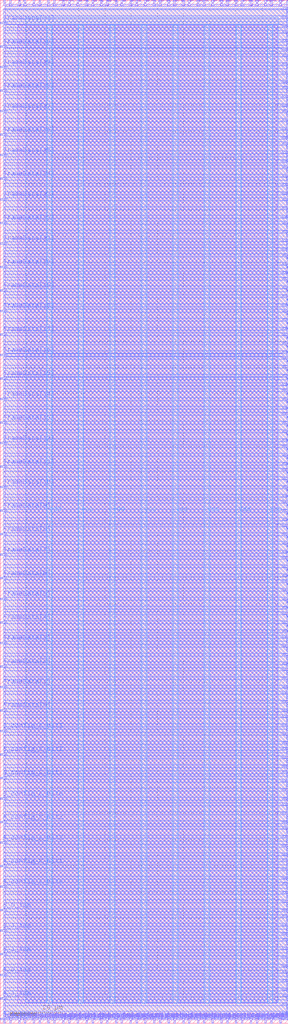
<source format=lef>
VERSION 5.7 ;
  NOWIREEXTENSIONATPIN ON ;
  DIVIDERCHAR "/" ;
  BUSBITCHARS "[]" ;
MACRO W_IO
  CLASS BLOCK ;
  FOREIGN W_IO ;
  ORIGIN 0.000 0.000 ;
  SIZE 110.000 BY 390.000 ;
  PIN A_I_top
    DIRECTION OUTPUT TRISTATE ;
    USE SIGNAL ;
    PORT
      LAYER Metal3 ;
        RECT 0.000 1.400 2.000 1.960 ;
    END
  END A_I_top
  PIN A_O_top
    DIRECTION INPUT ;
    USE SIGNAL ;
    PORT
      LAYER Metal3 ;
        RECT 0.000 18.200 2.000 18.760 ;
    END
  END A_O_top
  PIN A_T_top
    DIRECTION OUTPUT TRISTATE ;
    USE SIGNAL ;
    PORT
      LAYER Metal3 ;
        RECT 0.000 9.240 2.000 9.800 ;
    END
  END A_T_top
  PIN A_config_C_bit0
    DIRECTION OUTPUT TRISTATE ;
    USE SIGNAL ;
    PORT
      LAYER Metal3 ;
        RECT 0.000 51.800 2.000 52.360 ;
    END
  END A_config_C_bit0
  PIN A_config_C_bit1
    DIRECTION OUTPUT TRISTATE ;
    USE SIGNAL ;
    PORT
      LAYER Metal3 ;
        RECT 0.000 59.640 2.000 60.200 ;
    END
  END A_config_C_bit1
  PIN A_config_C_bit2
    DIRECTION OUTPUT TRISTATE ;
    USE SIGNAL ;
    PORT
      LAYER Metal3 ;
        RECT 0.000 68.600 2.000 69.160 ;
    END
  END A_config_C_bit2
  PIN A_config_C_bit3
    DIRECTION OUTPUT TRISTATE ;
    USE SIGNAL ;
    PORT
      LAYER Metal3 ;
        RECT 0.000 76.440 2.000 77.000 ;
    END
  END A_config_C_bit3
  PIN B_I_top
    DIRECTION OUTPUT TRISTATE ;
    USE SIGNAL ;
    PORT
      LAYER Metal3 ;
        RECT 0.000 26.040 2.000 26.600 ;
    END
  END B_I_top
  PIN B_O_top
    DIRECTION INPUT ;
    USE SIGNAL ;
    PORT
      LAYER Metal3 ;
        RECT 0.000 42.840 2.000 43.400 ;
    END
  END B_O_top
  PIN B_T_top
    DIRECTION OUTPUT TRISTATE ;
    USE SIGNAL ;
    PORT
      LAYER Metal3 ;
        RECT 0.000 35.000 2.000 35.560 ;
    END
  END B_T_top
  PIN B_config_C_bit0
    DIRECTION OUTPUT TRISTATE ;
    USE SIGNAL ;
    PORT
      LAYER Metal3 ;
        RECT 0.000 85.400 2.000 85.960 ;
    END
  END B_config_C_bit0
  PIN B_config_C_bit1
    DIRECTION OUTPUT TRISTATE ;
    USE SIGNAL ;
    PORT
      LAYER Metal3 ;
        RECT 0.000 93.240 2.000 93.800 ;
    END
  END B_config_C_bit1
  PIN B_config_C_bit2
    DIRECTION OUTPUT TRISTATE ;
    USE SIGNAL ;
    PORT
      LAYER Metal3 ;
        RECT 0.000 102.200 2.000 102.760 ;
    END
  END B_config_C_bit2
  PIN B_config_C_bit3
    DIRECTION OUTPUT TRISTATE ;
    USE SIGNAL ;
    PORT
      LAYER Metal3 ;
        RECT 0.000 111.160 2.000 111.720 ;
    END
  END B_config_C_bit3
  PIN E1BEG[0]
    DIRECTION OUTPUT TRISTATE ;
    USE SIGNAL ;
    PORT
      LAYER Metal3 ;
        RECT 108.000 1.400 110.000 1.960 ;
    END
  END E1BEG[0]
  PIN E1BEG[1]
    DIRECTION OUTPUT TRISTATE ;
    USE SIGNAL ;
    PORT
      LAYER Metal3 ;
        RECT 108.000 3.640 110.000 4.200 ;
    END
  END E1BEG[1]
  PIN E1BEG[2]
    DIRECTION OUTPUT TRISTATE ;
    USE SIGNAL ;
    PORT
      LAYER Metal3 ;
        RECT 108.000 7.000 110.000 7.560 ;
    END
  END E1BEG[2]
  PIN E1BEG[3]
    DIRECTION OUTPUT TRISTATE ;
    USE SIGNAL ;
    PORT
      LAYER Metal3 ;
        RECT 108.000 10.360 110.000 10.920 ;
    END
  END E1BEG[3]
  PIN E2BEG[0]
    DIRECTION OUTPUT TRISTATE ;
    USE SIGNAL ;
    PORT
      LAYER Metal3 ;
        RECT 108.000 12.600 110.000 13.160 ;
    END
  END E2BEG[0]
  PIN E2BEG[1]
    DIRECTION OUTPUT TRISTATE ;
    USE SIGNAL ;
    PORT
      LAYER Metal3 ;
        RECT 108.000 15.960 110.000 16.520 ;
    END
  END E2BEG[1]
  PIN E2BEG[2]
    DIRECTION OUTPUT TRISTATE ;
    USE SIGNAL ;
    PORT
      LAYER Metal3 ;
        RECT 108.000 19.320 110.000 19.880 ;
    END
  END E2BEG[2]
  PIN E2BEG[3]
    DIRECTION OUTPUT TRISTATE ;
    USE SIGNAL ;
    PORT
      LAYER Metal3 ;
        RECT 108.000 21.560 110.000 22.120 ;
    END
  END E2BEG[3]
  PIN E2BEG[4]
    DIRECTION OUTPUT TRISTATE ;
    USE SIGNAL ;
    PORT
      LAYER Metal3 ;
        RECT 108.000 24.920 110.000 25.480 ;
    END
  END E2BEG[4]
  PIN E2BEG[5]
    DIRECTION OUTPUT TRISTATE ;
    USE SIGNAL ;
    PORT
      LAYER Metal3 ;
        RECT 108.000 28.280 110.000 28.840 ;
    END
  END E2BEG[5]
  PIN E2BEG[6]
    DIRECTION OUTPUT TRISTATE ;
    USE SIGNAL ;
    PORT
      LAYER Metal3 ;
        RECT 108.000 31.640 110.000 32.200 ;
    END
  END E2BEG[6]
  PIN E2BEG[7]
    DIRECTION OUTPUT TRISTATE ;
    USE SIGNAL ;
    PORT
      LAYER Metal3 ;
        RECT 108.000 33.880 110.000 34.440 ;
    END
  END E2BEG[7]
  PIN E2BEGb[0]
    DIRECTION OUTPUT TRISTATE ;
    USE SIGNAL ;
    PORT
      LAYER Metal3 ;
        RECT 108.000 37.240 110.000 37.800 ;
    END
  END E2BEGb[0]
  PIN E2BEGb[1]
    DIRECTION OUTPUT TRISTATE ;
    USE SIGNAL ;
    PORT
      LAYER Metal3 ;
        RECT 108.000 40.600 110.000 41.160 ;
    END
  END E2BEGb[1]
  PIN E2BEGb[2]
    DIRECTION OUTPUT TRISTATE ;
    USE SIGNAL ;
    PORT
      LAYER Metal3 ;
        RECT 108.000 42.840 110.000 43.400 ;
    END
  END E2BEGb[2]
  PIN E2BEGb[3]
    DIRECTION OUTPUT TRISTATE ;
    USE SIGNAL ;
    PORT
      LAYER Metal3 ;
        RECT 108.000 46.200 110.000 46.760 ;
    END
  END E2BEGb[3]
  PIN E2BEGb[4]
    DIRECTION OUTPUT TRISTATE ;
    USE SIGNAL ;
    PORT
      LAYER Metal3 ;
        RECT 108.000 49.560 110.000 50.120 ;
    END
  END E2BEGb[4]
  PIN E2BEGb[5]
    DIRECTION OUTPUT TRISTATE ;
    USE SIGNAL ;
    PORT
      LAYER Metal3 ;
        RECT 108.000 52.920 110.000 53.480 ;
    END
  END E2BEGb[5]
  PIN E2BEGb[6]
    DIRECTION OUTPUT TRISTATE ;
    USE SIGNAL ;
    PORT
      LAYER Metal3 ;
        RECT 108.000 55.160 110.000 55.720 ;
    END
  END E2BEGb[6]
  PIN E2BEGb[7]
    DIRECTION OUTPUT TRISTATE ;
    USE SIGNAL ;
    PORT
      LAYER Metal3 ;
        RECT 108.000 58.520 110.000 59.080 ;
    END
  END E2BEGb[7]
  PIN E6BEG[0]
    DIRECTION OUTPUT TRISTATE ;
    USE SIGNAL ;
    PORT
      LAYER Metal3 ;
        RECT 108.000 110.040 110.000 110.600 ;
    END
  END E6BEG[0]
  PIN E6BEG[10]
    DIRECTION OUTPUT TRISTATE ;
    USE SIGNAL ;
    PORT
      LAYER Metal3 ;
        RECT 108.000 140.280 110.000 140.840 ;
    END
  END E6BEG[10]
  PIN E6BEG[11]
    DIRECTION OUTPUT TRISTATE ;
    USE SIGNAL ;
    PORT
      LAYER Metal3 ;
        RECT 108.000 143.640 110.000 144.200 ;
    END
  END E6BEG[11]
  PIN E6BEG[1]
    DIRECTION OUTPUT TRISTATE ;
    USE SIGNAL ;
    PORT
      LAYER Metal3 ;
        RECT 108.000 113.400 110.000 113.960 ;
    END
  END E6BEG[1]
  PIN E6BEG[2]
    DIRECTION OUTPUT TRISTATE ;
    USE SIGNAL ;
    PORT
      LAYER Metal3 ;
        RECT 108.000 116.760 110.000 117.320 ;
    END
  END E6BEG[2]
  PIN E6BEG[3]
    DIRECTION OUTPUT TRISTATE ;
    USE SIGNAL ;
    PORT
      LAYER Metal3 ;
        RECT 108.000 119.000 110.000 119.560 ;
    END
  END E6BEG[3]
  PIN E6BEG[4]
    DIRECTION OUTPUT TRISTATE ;
    USE SIGNAL ;
    PORT
      LAYER Metal3 ;
        RECT 108.000 122.360 110.000 122.920 ;
    END
  END E6BEG[4]
  PIN E6BEG[5]
    DIRECTION OUTPUT TRISTATE ;
    USE SIGNAL ;
    PORT
      LAYER Metal3 ;
        RECT 108.000 125.720 110.000 126.280 ;
    END
  END E6BEG[5]
  PIN E6BEG[6]
    DIRECTION OUTPUT TRISTATE ;
    USE SIGNAL ;
    PORT
      LAYER Metal3 ;
        RECT 108.000 127.960 110.000 128.520 ;
    END
  END E6BEG[6]
  PIN E6BEG[7]
    DIRECTION OUTPUT TRISTATE ;
    USE SIGNAL ;
    PORT
      LAYER Metal3 ;
        RECT 108.000 131.320 110.000 131.880 ;
    END
  END E6BEG[7]
  PIN E6BEG[8]
    DIRECTION OUTPUT TRISTATE ;
    USE SIGNAL ;
    PORT
      LAYER Metal3 ;
        RECT 108.000 134.680 110.000 135.240 ;
    END
  END E6BEG[8]
  PIN E6BEG[9]
    DIRECTION OUTPUT TRISTATE ;
    USE SIGNAL ;
    PORT
      LAYER Metal3 ;
        RECT 108.000 136.920 110.000 137.480 ;
    END
  END E6BEG[9]
  PIN EE4BEG[0]
    DIRECTION OUTPUT TRISTATE ;
    USE SIGNAL ;
    PORT
      LAYER Metal3 ;
        RECT 108.000 61.880 110.000 62.440 ;
    END
  END EE4BEG[0]
  PIN EE4BEG[10]
    DIRECTION OUTPUT TRISTATE ;
    USE SIGNAL ;
    PORT
      LAYER Metal3 ;
        RECT 108.000 92.120 110.000 92.680 ;
    END
  END EE4BEG[10]
  PIN EE4BEG[11]
    DIRECTION OUTPUT TRISTATE ;
    USE SIGNAL ;
    PORT
      LAYER Metal3 ;
        RECT 108.000 95.480 110.000 96.040 ;
    END
  END EE4BEG[11]
  PIN EE4BEG[12]
    DIRECTION OUTPUT TRISTATE ;
    USE SIGNAL ;
    PORT
      LAYER Metal3 ;
        RECT 108.000 97.720 110.000 98.280 ;
    END
  END EE4BEG[12]
  PIN EE4BEG[13]
    DIRECTION OUTPUT TRISTATE ;
    USE SIGNAL ;
    PORT
      LAYER Metal3 ;
        RECT 108.000 101.080 110.000 101.640 ;
    END
  END EE4BEG[13]
  PIN EE4BEG[14]
    DIRECTION OUTPUT TRISTATE ;
    USE SIGNAL ;
    PORT
      LAYER Metal3 ;
        RECT 108.000 104.440 110.000 105.000 ;
    END
  END EE4BEG[14]
  PIN EE4BEG[15]
    DIRECTION OUTPUT TRISTATE ;
    USE SIGNAL ;
    PORT
      LAYER Metal3 ;
        RECT 108.000 106.680 110.000 107.240 ;
    END
  END EE4BEG[15]
  PIN EE4BEG[1]
    DIRECTION OUTPUT TRISTATE ;
    USE SIGNAL ;
    PORT
      LAYER Metal3 ;
        RECT 108.000 64.120 110.000 64.680 ;
    END
  END EE4BEG[1]
  PIN EE4BEG[2]
    DIRECTION OUTPUT TRISTATE ;
    USE SIGNAL ;
    PORT
      LAYER Metal3 ;
        RECT 108.000 67.480 110.000 68.040 ;
    END
  END EE4BEG[2]
  PIN EE4BEG[3]
    DIRECTION OUTPUT TRISTATE ;
    USE SIGNAL ;
    PORT
      LAYER Metal3 ;
        RECT 108.000 70.840 110.000 71.400 ;
    END
  END EE4BEG[3]
  PIN EE4BEG[4]
    DIRECTION OUTPUT TRISTATE ;
    USE SIGNAL ;
    PORT
      LAYER Metal3 ;
        RECT 108.000 74.200 110.000 74.760 ;
    END
  END EE4BEG[4]
  PIN EE4BEG[5]
    DIRECTION OUTPUT TRISTATE ;
    USE SIGNAL ;
    PORT
      LAYER Metal3 ;
        RECT 108.000 76.440 110.000 77.000 ;
    END
  END EE4BEG[5]
  PIN EE4BEG[6]
    DIRECTION OUTPUT TRISTATE ;
    USE SIGNAL ;
    PORT
      LAYER Metal3 ;
        RECT 108.000 79.800 110.000 80.360 ;
    END
  END EE4BEG[6]
  PIN EE4BEG[7]
    DIRECTION OUTPUT TRISTATE ;
    USE SIGNAL ;
    PORT
      LAYER Metal3 ;
        RECT 108.000 83.160 110.000 83.720 ;
    END
  END EE4BEG[7]
  PIN EE4BEG[8]
    DIRECTION OUTPUT TRISTATE ;
    USE SIGNAL ;
    PORT
      LAYER Metal3 ;
        RECT 108.000 85.400 110.000 85.960 ;
    END
  END EE4BEG[8]
  PIN EE4BEG[9]
    DIRECTION OUTPUT TRISTATE ;
    USE SIGNAL ;
    PORT
      LAYER Metal3 ;
        RECT 108.000 88.760 110.000 89.320 ;
    END
  END EE4BEG[9]
  PIN FrameData[0]
    DIRECTION INPUT ;
    USE SIGNAL ;
    PORT
      LAYER Metal3 ;
        RECT 0.000 119.000 2.000 119.560 ;
    END
  END FrameData[0]
  PIN FrameData[10]
    DIRECTION INPUT ;
    USE SIGNAL ;
    PORT
      LAYER Metal3 ;
        RECT 0.000 204.120 2.000 204.680 ;
    END
  END FrameData[10]
  PIN FrameData[11]
    DIRECTION INPUT ;
    USE SIGNAL ;
    PORT
      LAYER Metal3 ;
        RECT 0.000 211.960 2.000 212.520 ;
    END
  END FrameData[11]
  PIN FrameData[12]
    DIRECTION INPUT ;
    USE SIGNAL ;
    PORT
      LAYER Metal3 ;
        RECT 0.000 220.920 2.000 221.480 ;
    END
  END FrameData[12]
  PIN FrameData[13]
    DIRECTION INPUT ;
    USE SIGNAL ;
    PORT
      LAYER Metal3 ;
        RECT 0.000 228.760 2.000 229.320 ;
    END
  END FrameData[13]
  PIN FrameData[14]
    DIRECTION INPUT ;
    USE SIGNAL ;
    PORT
      LAYER Metal3 ;
        RECT 0.000 237.720 2.000 238.280 ;
    END
  END FrameData[14]
  PIN FrameData[15]
    DIRECTION INPUT ;
    USE SIGNAL ;
    PORT
      LAYER Metal3 ;
        RECT 0.000 245.560 2.000 246.120 ;
    END
  END FrameData[15]
  PIN FrameData[16]
    DIRECTION INPUT ;
    USE SIGNAL ;
    PORT
      LAYER Metal3 ;
        RECT 0.000 254.520 2.000 255.080 ;
    END
  END FrameData[16]
  PIN FrameData[17]
    DIRECTION INPUT ;
    USE SIGNAL ;
    PORT
      LAYER Metal3 ;
        RECT 0.000 262.360 2.000 262.920 ;
    END
  END FrameData[17]
  PIN FrameData[18]
    DIRECTION INPUT ;
    USE SIGNAL ;
    PORT
      LAYER Metal3 ;
        RECT 0.000 271.320 2.000 271.880 ;
    END
  END FrameData[18]
  PIN FrameData[19]
    DIRECTION INPUT ;
    USE SIGNAL ;
    PORT
      LAYER Metal3 ;
        RECT 0.000 279.160 2.000 279.720 ;
    END
  END FrameData[19]
  PIN FrameData[1]
    DIRECTION INPUT ;
    USE SIGNAL ;
    PORT
      LAYER Metal3 ;
        RECT 0.000 127.960 2.000 128.520 ;
    END
  END FrameData[1]
  PIN FrameData[20]
    DIRECTION INPUT ;
    USE SIGNAL ;
    PORT
      LAYER Metal3 ;
        RECT 0.000 288.120 2.000 288.680 ;
    END
  END FrameData[20]
  PIN FrameData[21]
    DIRECTION INPUT ;
    USE SIGNAL ;
    PORT
      LAYER Metal3 ;
        RECT 0.000 297.080 2.000 297.640 ;
    END
  END FrameData[21]
  PIN FrameData[22]
    DIRECTION INPUT ;
    USE SIGNAL ;
    PORT
      LAYER Metal3 ;
        RECT 0.000 304.920 2.000 305.480 ;
    END
  END FrameData[22]
  PIN FrameData[23]
    DIRECTION INPUT ;
    USE SIGNAL ;
    PORT
      LAYER Metal3 ;
        RECT 0.000 313.880 2.000 314.440 ;
    END
  END FrameData[23]
  PIN FrameData[24]
    DIRECTION INPUT ;
    USE SIGNAL ;
    PORT
      LAYER Metal3 ;
        RECT 0.000 321.720 2.000 322.280 ;
    END
  END FrameData[24]
  PIN FrameData[25]
    DIRECTION INPUT ;
    USE SIGNAL ;
    PORT
      LAYER Metal3 ;
        RECT 0.000 330.680 2.000 331.240 ;
    END
  END FrameData[25]
  PIN FrameData[26]
    DIRECTION INPUT ;
    USE SIGNAL ;
    PORT
      LAYER Metal3 ;
        RECT 0.000 338.520 2.000 339.080 ;
    END
  END FrameData[26]
  PIN FrameData[27]
    DIRECTION INPUT ;
    USE SIGNAL ;
    PORT
      LAYER Metal3 ;
        RECT 0.000 347.480 2.000 348.040 ;
    END
  END FrameData[27]
  PIN FrameData[28]
    DIRECTION INPUT ;
    USE SIGNAL ;
    PORT
      LAYER Metal3 ;
        RECT 0.000 355.320 2.000 355.880 ;
    END
  END FrameData[28]
  PIN FrameData[29]
    DIRECTION INPUT ;
    USE SIGNAL ;
    PORT
      LAYER Metal3 ;
        RECT 0.000 364.280 2.000 364.840 ;
    END
  END FrameData[29]
  PIN FrameData[2]
    DIRECTION INPUT ;
    USE SIGNAL ;
    PORT
      LAYER Metal3 ;
        RECT 0.000 135.800 2.000 136.360 ;
    END
  END FrameData[2]
  PIN FrameData[30]
    DIRECTION INPUT ;
    USE SIGNAL ;
    PORT
      LAYER Metal3 ;
        RECT 0.000 372.120 2.000 372.680 ;
    END
  END FrameData[30]
  PIN FrameData[31]
    DIRECTION INPUT ;
    USE SIGNAL ;
    PORT
      LAYER Metal3 ;
        RECT 0.000 381.080 2.000 381.640 ;
    END
  END FrameData[31]
  PIN FrameData[3]
    DIRECTION INPUT ;
    USE SIGNAL ;
    PORT
      LAYER Metal3 ;
        RECT 0.000 144.760 2.000 145.320 ;
    END
  END FrameData[3]
  PIN FrameData[4]
    DIRECTION INPUT ;
    USE SIGNAL ;
    PORT
      LAYER Metal3 ;
        RECT 0.000 152.600 2.000 153.160 ;
    END
  END FrameData[4]
  PIN FrameData[5]
    DIRECTION INPUT ;
    USE SIGNAL ;
    PORT
      LAYER Metal3 ;
        RECT 0.000 161.560 2.000 162.120 ;
    END
  END FrameData[5]
  PIN FrameData[6]
    DIRECTION INPUT ;
    USE SIGNAL ;
    PORT
      LAYER Metal3 ;
        RECT 0.000 169.400 2.000 169.960 ;
    END
  END FrameData[6]
  PIN FrameData[7]
    DIRECTION INPUT ;
    USE SIGNAL ;
    PORT
      LAYER Metal3 ;
        RECT 0.000 178.360 2.000 178.920 ;
    END
  END FrameData[7]
  PIN FrameData[8]
    DIRECTION INPUT ;
    USE SIGNAL ;
    PORT
      LAYER Metal3 ;
        RECT 0.000 186.200 2.000 186.760 ;
    END
  END FrameData[8]
  PIN FrameData[9]
    DIRECTION INPUT ;
    USE SIGNAL ;
    PORT
      LAYER Metal3 ;
        RECT 0.000 195.160 2.000 195.720 ;
    END
  END FrameData[9]
  PIN FrameData_O[0]
    DIRECTION OUTPUT TRISTATE ;
    USE SIGNAL ;
    PORT
      LAYER Metal3 ;
        RECT 108.000 292.600 110.000 293.160 ;
    END
  END FrameData_O[0]
  PIN FrameData_O[10]
    DIRECTION OUTPUT TRISTATE ;
    USE SIGNAL ;
    PORT
      LAYER Metal3 ;
        RECT 108.000 322.840 110.000 323.400 ;
    END
  END FrameData_O[10]
  PIN FrameData_O[11]
    DIRECTION OUTPUT TRISTATE ;
    USE SIGNAL ;
    PORT
      LAYER Metal3 ;
        RECT 108.000 326.200 110.000 326.760 ;
    END
  END FrameData_O[11]
  PIN FrameData_O[12]
    DIRECTION OUTPUT TRISTATE ;
    USE SIGNAL ;
    PORT
      LAYER Metal3 ;
        RECT 108.000 328.440 110.000 329.000 ;
    END
  END FrameData_O[12]
  PIN FrameData_O[13]
    DIRECTION OUTPUT TRISTATE ;
    USE SIGNAL ;
    PORT
      LAYER Metal3 ;
        RECT 108.000 331.800 110.000 332.360 ;
    END
  END FrameData_O[13]
  PIN FrameData_O[14]
    DIRECTION OUTPUT TRISTATE ;
    USE SIGNAL ;
    PORT
      LAYER Metal3 ;
        RECT 108.000 335.160 110.000 335.720 ;
    END
  END FrameData_O[14]
  PIN FrameData_O[15]
    DIRECTION OUTPUT TRISTATE ;
    USE SIGNAL ;
    PORT
      LAYER Metal3 ;
        RECT 108.000 337.400 110.000 337.960 ;
    END
  END FrameData_O[15]
  PIN FrameData_O[16]
    DIRECTION OUTPUT TRISTATE ;
    USE SIGNAL ;
    PORT
      LAYER Metal3 ;
        RECT 108.000 340.760 110.000 341.320 ;
    END
  END FrameData_O[16]
  PIN FrameData_O[17]
    DIRECTION OUTPUT TRISTATE ;
    USE SIGNAL ;
    PORT
      LAYER Metal3 ;
        RECT 108.000 344.120 110.000 344.680 ;
    END
  END FrameData_O[17]
  PIN FrameData_O[18]
    DIRECTION OUTPUT TRISTATE ;
    USE SIGNAL ;
    PORT
      LAYER Metal3 ;
        RECT 108.000 347.480 110.000 348.040 ;
    END
  END FrameData_O[18]
  PIN FrameData_O[19]
    DIRECTION OUTPUT TRISTATE ;
    USE SIGNAL ;
    PORT
      LAYER Metal3 ;
        RECT 108.000 349.720 110.000 350.280 ;
    END
  END FrameData_O[19]
  PIN FrameData_O[1]
    DIRECTION OUTPUT TRISTATE ;
    USE SIGNAL ;
    PORT
      LAYER Metal3 ;
        RECT 108.000 294.840 110.000 295.400 ;
    END
  END FrameData_O[1]
  PIN FrameData_O[20]
    DIRECTION OUTPUT TRISTATE ;
    USE SIGNAL ;
    PORT
      LAYER Metal3 ;
        RECT 108.000 353.080 110.000 353.640 ;
    END
  END FrameData_O[20]
  PIN FrameData_O[21]
    DIRECTION OUTPUT TRISTATE ;
    USE SIGNAL ;
    PORT
      LAYER Metal3 ;
        RECT 108.000 356.440 110.000 357.000 ;
    END
  END FrameData_O[21]
  PIN FrameData_O[22]
    DIRECTION OUTPUT TRISTATE ;
    USE SIGNAL ;
    PORT
      LAYER Metal3 ;
        RECT 108.000 358.680 110.000 359.240 ;
    END
  END FrameData_O[22]
  PIN FrameData_O[23]
    DIRECTION OUTPUT TRISTATE ;
    USE SIGNAL ;
    PORT
      LAYER Metal3 ;
        RECT 108.000 362.040 110.000 362.600 ;
    END
  END FrameData_O[23]
  PIN FrameData_O[24]
    DIRECTION OUTPUT TRISTATE ;
    USE SIGNAL ;
    PORT
      LAYER Metal3 ;
        RECT 108.000 365.400 110.000 365.960 ;
    END
  END FrameData_O[24]
  PIN FrameData_O[25]
    DIRECTION OUTPUT TRISTATE ;
    USE SIGNAL ;
    PORT
      LAYER Metal3 ;
        RECT 108.000 368.760 110.000 369.320 ;
    END
  END FrameData_O[25]
  PIN FrameData_O[26]
    DIRECTION OUTPUT TRISTATE ;
    USE SIGNAL ;
    PORT
      LAYER Metal3 ;
        RECT 108.000 371.000 110.000 371.560 ;
    END
  END FrameData_O[26]
  PIN FrameData_O[27]
    DIRECTION OUTPUT TRISTATE ;
    USE SIGNAL ;
    PORT
      LAYER Metal3 ;
        RECT 108.000 374.360 110.000 374.920 ;
    END
  END FrameData_O[27]
  PIN FrameData_O[28]
    DIRECTION OUTPUT TRISTATE ;
    USE SIGNAL ;
    PORT
      LAYER Metal3 ;
        RECT 108.000 377.720 110.000 378.280 ;
    END
  END FrameData_O[28]
  PIN FrameData_O[29]
    DIRECTION OUTPUT TRISTATE ;
    USE SIGNAL ;
    PORT
      LAYER Metal3 ;
        RECT 108.000 379.960 110.000 380.520 ;
    END
  END FrameData_O[29]
  PIN FrameData_O[2]
    DIRECTION OUTPUT TRISTATE ;
    USE SIGNAL ;
    PORT
      LAYER Metal3 ;
        RECT 108.000 298.200 110.000 298.760 ;
    END
  END FrameData_O[2]
  PIN FrameData_O[30]
    DIRECTION OUTPUT TRISTATE ;
    USE SIGNAL ;
    PORT
      LAYER Metal3 ;
        RECT 108.000 383.320 110.000 383.880 ;
    END
  END FrameData_O[30]
  PIN FrameData_O[31]
    DIRECTION OUTPUT TRISTATE ;
    USE SIGNAL ;
    PORT
      LAYER Metal3 ;
        RECT 108.000 386.680 110.000 387.240 ;
    END
  END FrameData_O[31]
  PIN FrameData_O[3]
    DIRECTION OUTPUT TRISTATE ;
    USE SIGNAL ;
    PORT
      LAYER Metal3 ;
        RECT 108.000 301.560 110.000 302.120 ;
    END
  END FrameData_O[3]
  PIN FrameData_O[4]
    DIRECTION OUTPUT TRISTATE ;
    USE SIGNAL ;
    PORT
      LAYER Metal3 ;
        RECT 108.000 304.920 110.000 305.480 ;
    END
  END FrameData_O[4]
  PIN FrameData_O[5]
    DIRECTION OUTPUT TRISTATE ;
    USE SIGNAL ;
    PORT
      LAYER Metal3 ;
        RECT 108.000 307.160 110.000 307.720 ;
    END
  END FrameData_O[5]
  PIN FrameData_O[6]
    DIRECTION OUTPUT TRISTATE ;
    USE SIGNAL ;
    PORT
      LAYER Metal3 ;
        RECT 108.000 310.520 110.000 311.080 ;
    END
  END FrameData_O[6]
  PIN FrameData_O[7]
    DIRECTION OUTPUT TRISTATE ;
    USE SIGNAL ;
    PORT
      LAYER Metal3 ;
        RECT 108.000 313.880 110.000 314.440 ;
    END
  END FrameData_O[7]
  PIN FrameData_O[8]
    DIRECTION OUTPUT TRISTATE ;
    USE SIGNAL ;
    PORT
      LAYER Metal3 ;
        RECT 108.000 316.120 110.000 316.680 ;
    END
  END FrameData_O[8]
  PIN FrameData_O[9]
    DIRECTION OUTPUT TRISTATE ;
    USE SIGNAL ;
    PORT
      LAYER Metal3 ;
        RECT 108.000 319.480 110.000 320.040 ;
    END
  END FrameData_O[9]
  PIN FrameStrobe[0]
    DIRECTION INPUT ;
    USE SIGNAL ;
    PORT
      LAYER Metal2 ;
        RECT 7.000 0.000 7.560 2.000 ;
    END
  END FrameStrobe[0]
  PIN FrameStrobe[10]
    DIRECTION INPUT ;
    USE SIGNAL ;
    PORT
      LAYER Metal2 ;
        RECT 35.000 0.000 35.560 2.000 ;
    END
  END FrameStrobe[10]
  PIN FrameStrobe[11]
    DIRECTION INPUT ;
    USE SIGNAL ;
    PORT
      LAYER Metal2 ;
        RECT 38.360 0.000 38.920 2.000 ;
    END
  END FrameStrobe[11]
  PIN FrameStrobe[12]
    DIRECTION INPUT ;
    USE SIGNAL ;
    PORT
      LAYER Metal2 ;
        RECT 40.600 0.000 41.160 2.000 ;
    END
  END FrameStrobe[12]
  PIN FrameStrobe[13]
    DIRECTION INPUT ;
    USE SIGNAL ;
    PORT
      LAYER Metal2 ;
        RECT 43.960 0.000 44.520 2.000 ;
    END
  END FrameStrobe[13]
  PIN FrameStrobe[14]
    DIRECTION INPUT ;
    USE SIGNAL ;
    PORT
      LAYER Metal2 ;
        RECT 46.200 0.000 46.760 2.000 ;
    END
  END FrameStrobe[14]
  PIN FrameStrobe[15]
    DIRECTION INPUT ;
    USE SIGNAL ;
    PORT
      LAYER Metal2 ;
        RECT 49.560 0.000 50.120 2.000 ;
    END
  END FrameStrobe[15]
  PIN FrameStrobe[16]
    DIRECTION INPUT ;
    USE SIGNAL ;
    PORT
      LAYER Metal2 ;
        RECT 51.800 0.000 52.360 2.000 ;
    END
  END FrameStrobe[16]
  PIN FrameStrobe[17]
    DIRECTION INPUT ;
    USE SIGNAL ;
    PORT
      LAYER Metal2 ;
        RECT 55.160 0.000 55.720 2.000 ;
    END
  END FrameStrobe[17]
  PIN FrameStrobe[18]
    DIRECTION INPUT ;
    USE SIGNAL ;
    PORT
      LAYER Metal2 ;
        RECT 58.520 0.000 59.080 2.000 ;
    END
  END FrameStrobe[18]
  PIN FrameStrobe[19]
    DIRECTION INPUT ;
    USE SIGNAL ;
    PORT
      LAYER Metal2 ;
        RECT 60.760 0.000 61.320 2.000 ;
    END
  END FrameStrobe[19]
  PIN FrameStrobe[1]
    DIRECTION INPUT ;
    USE SIGNAL ;
    PORT
      LAYER Metal2 ;
        RECT 9.240 0.000 9.800 2.000 ;
    END
  END FrameStrobe[1]
  PIN FrameStrobe[20]
    DIRECTION INPUT ;
    USE SIGNAL ;
    PORT
      LAYER Metal2 ;
        RECT 64.120 0.000 64.680 2.000 ;
    END
  END FrameStrobe[20]
  PIN FrameStrobe[21]
    DIRECTION INPUT ;
    USE SIGNAL ;
    PORT
      LAYER Metal2 ;
        RECT 66.360 0.000 66.920 2.000 ;
    END
  END FrameStrobe[21]
  PIN FrameStrobe[22]
    DIRECTION INPUT ;
    USE SIGNAL ;
    PORT
      LAYER Metal2 ;
        RECT 69.720 0.000 70.280 2.000 ;
    END
  END FrameStrobe[22]
  PIN FrameStrobe[23]
    DIRECTION INPUT ;
    USE SIGNAL ;
    PORT
      LAYER Metal2 ;
        RECT 71.960 0.000 72.520 2.000 ;
    END
  END FrameStrobe[23]
  PIN FrameStrobe[24]
    DIRECTION INPUT ;
    USE SIGNAL ;
    PORT
      LAYER Metal2 ;
        RECT 75.320 0.000 75.880 2.000 ;
    END
  END FrameStrobe[24]
  PIN FrameStrobe[25]
    DIRECTION INPUT ;
    USE SIGNAL ;
    PORT
      LAYER Metal2 ;
        RECT 77.560 0.000 78.120 2.000 ;
    END
  END FrameStrobe[25]
  PIN FrameStrobe[26]
    DIRECTION INPUT ;
    USE SIGNAL ;
    PORT
      LAYER Metal2 ;
        RECT 80.920 0.000 81.480 2.000 ;
    END
  END FrameStrobe[26]
  PIN FrameStrobe[27]
    DIRECTION INPUT ;
    USE SIGNAL ;
    PORT
      LAYER Metal2 ;
        RECT 84.280 0.000 84.840 2.000 ;
    END
  END FrameStrobe[27]
  PIN FrameStrobe[28]
    DIRECTION INPUT ;
    USE SIGNAL ;
    PORT
      LAYER Metal2 ;
        RECT 86.520 0.000 87.080 2.000 ;
    END
  END FrameStrobe[28]
  PIN FrameStrobe[29]
    DIRECTION INPUT ;
    USE SIGNAL ;
    PORT
      LAYER Metal2 ;
        RECT 89.880 0.000 90.440 2.000 ;
    END
  END FrameStrobe[29]
  PIN FrameStrobe[2]
    DIRECTION INPUT ;
    USE SIGNAL ;
    PORT
      LAYER Metal2 ;
        RECT 12.600 0.000 13.160 2.000 ;
    END
  END FrameStrobe[2]
  PIN FrameStrobe[30]
    DIRECTION INPUT ;
    USE SIGNAL ;
    PORT
      LAYER Metal2 ;
        RECT 92.120 0.000 92.680 2.000 ;
    END
  END FrameStrobe[30]
  PIN FrameStrobe[31]
    DIRECTION INPUT ;
    USE SIGNAL ;
    PORT
      LAYER Metal2 ;
        RECT 95.480 0.000 96.040 2.000 ;
    END
  END FrameStrobe[31]
  PIN FrameStrobe[32]
    DIRECTION INPUT ;
    USE SIGNAL ;
    PORT
      LAYER Metal2 ;
        RECT 97.720 0.000 98.280 2.000 ;
    END
  END FrameStrobe[32]
  PIN FrameStrobe[33]
    DIRECTION INPUT ;
    USE SIGNAL ;
    PORT
      LAYER Metal2 ;
        RECT 101.080 0.000 101.640 2.000 ;
    END
  END FrameStrobe[33]
  PIN FrameStrobe[34]
    DIRECTION INPUT ;
    USE SIGNAL ;
    PORT
      LAYER Metal2 ;
        RECT 103.320 0.000 103.880 2.000 ;
    END
  END FrameStrobe[34]
  PIN FrameStrobe[35]
    DIRECTION INPUT ;
    USE SIGNAL ;
    PORT
      LAYER Metal2 ;
        RECT 106.680 0.000 107.240 2.000 ;
    END
  END FrameStrobe[35]
  PIN FrameStrobe[3]
    DIRECTION INPUT ;
    USE SIGNAL ;
    PORT
      LAYER Metal2 ;
        RECT 14.840 0.000 15.400 2.000 ;
    END
  END FrameStrobe[3]
  PIN FrameStrobe[4]
    DIRECTION INPUT ;
    USE SIGNAL ;
    PORT
      LAYER Metal2 ;
        RECT 18.200 0.000 18.760 2.000 ;
    END
  END FrameStrobe[4]
  PIN FrameStrobe[5]
    DIRECTION INPUT ;
    USE SIGNAL ;
    PORT
      LAYER Metal2 ;
        RECT 20.440 0.000 21.000 2.000 ;
    END
  END FrameStrobe[5]
  PIN FrameStrobe[6]
    DIRECTION INPUT ;
    USE SIGNAL ;
    PORT
      LAYER Metal2 ;
        RECT 23.800 0.000 24.360 2.000 ;
    END
  END FrameStrobe[6]
  PIN FrameStrobe[7]
    DIRECTION INPUT ;
    USE SIGNAL ;
    PORT
      LAYER Metal2 ;
        RECT 26.040 0.000 26.600 2.000 ;
    END
  END FrameStrobe[7]
  PIN FrameStrobe[8]
    DIRECTION INPUT ;
    USE SIGNAL ;
    PORT
      LAYER Metal2 ;
        RECT 29.400 0.000 29.960 2.000 ;
    END
  END FrameStrobe[8]
  PIN FrameStrobe[9]
    DIRECTION INPUT ;
    USE SIGNAL ;
    PORT
      LAYER Metal2 ;
        RECT 32.760 0.000 33.320 2.000 ;
    END
  END FrameStrobe[9]
  PIN FrameStrobe_O[0]
    DIRECTION OUTPUT TRISTATE ;
    USE SIGNAL ;
    PORT
      LAYER Metal2 ;
        RECT 7.000 388.000 7.560 390.000 ;
    END
  END FrameStrobe_O[0]
  PIN FrameStrobe_O[10]
    DIRECTION OUTPUT TRISTATE ;
    USE SIGNAL ;
    PORT
      LAYER Metal2 ;
        RECT 35.000 388.000 35.560 390.000 ;
    END
  END FrameStrobe_O[10]
  PIN FrameStrobe_O[11]
    DIRECTION OUTPUT TRISTATE ;
    USE SIGNAL ;
    PORT
      LAYER Metal2 ;
        RECT 38.360 388.000 38.920 390.000 ;
    END
  END FrameStrobe_O[11]
  PIN FrameStrobe_O[12]
    DIRECTION OUTPUT TRISTATE ;
    USE SIGNAL ;
    PORT
      LAYER Metal2 ;
        RECT 40.600 388.000 41.160 390.000 ;
    END
  END FrameStrobe_O[12]
  PIN FrameStrobe_O[13]
    DIRECTION OUTPUT TRISTATE ;
    USE SIGNAL ;
    PORT
      LAYER Metal2 ;
        RECT 43.960 388.000 44.520 390.000 ;
    END
  END FrameStrobe_O[13]
  PIN FrameStrobe_O[14]
    DIRECTION OUTPUT TRISTATE ;
    USE SIGNAL ;
    PORT
      LAYER Metal2 ;
        RECT 46.200 388.000 46.760 390.000 ;
    END
  END FrameStrobe_O[14]
  PIN FrameStrobe_O[15]
    DIRECTION OUTPUT TRISTATE ;
    USE SIGNAL ;
    PORT
      LAYER Metal2 ;
        RECT 49.560 388.000 50.120 390.000 ;
    END
  END FrameStrobe_O[15]
  PIN FrameStrobe_O[16]
    DIRECTION OUTPUT TRISTATE ;
    USE SIGNAL ;
    PORT
      LAYER Metal2 ;
        RECT 51.800 388.000 52.360 390.000 ;
    END
  END FrameStrobe_O[16]
  PIN FrameStrobe_O[17]
    DIRECTION OUTPUT TRISTATE ;
    USE SIGNAL ;
    PORT
      LAYER Metal2 ;
        RECT 55.160 388.000 55.720 390.000 ;
    END
  END FrameStrobe_O[17]
  PIN FrameStrobe_O[18]
    DIRECTION OUTPUT TRISTATE ;
    USE SIGNAL ;
    PORT
      LAYER Metal2 ;
        RECT 58.520 388.000 59.080 390.000 ;
    END
  END FrameStrobe_O[18]
  PIN FrameStrobe_O[19]
    DIRECTION OUTPUT TRISTATE ;
    USE SIGNAL ;
    PORT
      LAYER Metal2 ;
        RECT 60.760 388.000 61.320 390.000 ;
    END
  END FrameStrobe_O[19]
  PIN FrameStrobe_O[1]
    DIRECTION OUTPUT TRISTATE ;
    USE SIGNAL ;
    PORT
      LAYER Metal2 ;
        RECT 9.240 388.000 9.800 390.000 ;
    END
  END FrameStrobe_O[1]
  PIN FrameStrobe_O[20]
    DIRECTION OUTPUT TRISTATE ;
    USE SIGNAL ;
    PORT
      LAYER Metal2 ;
        RECT 64.120 388.000 64.680 390.000 ;
    END
  END FrameStrobe_O[20]
  PIN FrameStrobe_O[21]
    DIRECTION OUTPUT TRISTATE ;
    USE SIGNAL ;
    PORT
      LAYER Metal2 ;
        RECT 66.360 388.000 66.920 390.000 ;
    END
  END FrameStrobe_O[21]
  PIN FrameStrobe_O[22]
    DIRECTION OUTPUT TRISTATE ;
    USE SIGNAL ;
    PORT
      LAYER Metal2 ;
        RECT 69.720 388.000 70.280 390.000 ;
    END
  END FrameStrobe_O[22]
  PIN FrameStrobe_O[23]
    DIRECTION OUTPUT TRISTATE ;
    USE SIGNAL ;
    PORT
      LAYER Metal2 ;
        RECT 71.960 388.000 72.520 390.000 ;
    END
  END FrameStrobe_O[23]
  PIN FrameStrobe_O[24]
    DIRECTION OUTPUT TRISTATE ;
    USE SIGNAL ;
    PORT
      LAYER Metal2 ;
        RECT 75.320 388.000 75.880 390.000 ;
    END
  END FrameStrobe_O[24]
  PIN FrameStrobe_O[25]
    DIRECTION OUTPUT TRISTATE ;
    USE SIGNAL ;
    PORT
      LAYER Metal2 ;
        RECT 77.560 388.000 78.120 390.000 ;
    END
  END FrameStrobe_O[25]
  PIN FrameStrobe_O[26]
    DIRECTION OUTPUT TRISTATE ;
    USE SIGNAL ;
    PORT
      LAYER Metal2 ;
        RECT 80.920 388.000 81.480 390.000 ;
    END
  END FrameStrobe_O[26]
  PIN FrameStrobe_O[27]
    DIRECTION OUTPUT TRISTATE ;
    USE SIGNAL ;
    PORT
      LAYER Metal2 ;
        RECT 84.280 388.000 84.840 390.000 ;
    END
  END FrameStrobe_O[27]
  PIN FrameStrobe_O[28]
    DIRECTION OUTPUT TRISTATE ;
    USE SIGNAL ;
    PORT
      LAYER Metal2 ;
        RECT 86.520 388.000 87.080 390.000 ;
    END
  END FrameStrobe_O[28]
  PIN FrameStrobe_O[29]
    DIRECTION OUTPUT TRISTATE ;
    USE SIGNAL ;
    PORT
      LAYER Metal2 ;
        RECT 89.880 388.000 90.440 390.000 ;
    END
  END FrameStrobe_O[29]
  PIN FrameStrobe_O[2]
    DIRECTION OUTPUT TRISTATE ;
    USE SIGNAL ;
    PORT
      LAYER Metal2 ;
        RECT 12.600 388.000 13.160 390.000 ;
    END
  END FrameStrobe_O[2]
  PIN FrameStrobe_O[30]
    DIRECTION OUTPUT TRISTATE ;
    USE SIGNAL ;
    PORT
      LAYER Metal2 ;
        RECT 92.120 388.000 92.680 390.000 ;
    END
  END FrameStrobe_O[30]
  PIN FrameStrobe_O[31]
    DIRECTION OUTPUT TRISTATE ;
    USE SIGNAL ;
    PORT
      LAYER Metal2 ;
        RECT 95.480 388.000 96.040 390.000 ;
    END
  END FrameStrobe_O[31]
  PIN FrameStrobe_O[32]
    DIRECTION OUTPUT TRISTATE ;
    USE SIGNAL ;
    PORT
      LAYER Metal2 ;
        RECT 97.720 388.000 98.280 390.000 ;
    END
  END FrameStrobe_O[32]
  PIN FrameStrobe_O[33]
    DIRECTION OUTPUT TRISTATE ;
    USE SIGNAL ;
    PORT
      LAYER Metal2 ;
        RECT 101.080 388.000 101.640 390.000 ;
    END
  END FrameStrobe_O[33]
  PIN FrameStrobe_O[34]
    DIRECTION OUTPUT TRISTATE ;
    USE SIGNAL ;
    PORT
      LAYER Metal2 ;
        RECT 103.320 388.000 103.880 390.000 ;
    END
  END FrameStrobe_O[34]
  PIN FrameStrobe_O[35]
    DIRECTION OUTPUT TRISTATE ;
    USE SIGNAL ;
    PORT
      LAYER Metal2 ;
        RECT 106.680 388.000 107.240 390.000 ;
    END
  END FrameStrobe_O[35]
  PIN FrameStrobe_O[3]
    DIRECTION OUTPUT TRISTATE ;
    USE SIGNAL ;
    PORT
      LAYER Metal2 ;
        RECT 14.840 388.000 15.400 390.000 ;
    END
  END FrameStrobe_O[3]
  PIN FrameStrobe_O[4]
    DIRECTION OUTPUT TRISTATE ;
    USE SIGNAL ;
    PORT
      LAYER Metal2 ;
        RECT 18.200 388.000 18.760 390.000 ;
    END
  END FrameStrobe_O[4]
  PIN FrameStrobe_O[5]
    DIRECTION OUTPUT TRISTATE ;
    USE SIGNAL ;
    PORT
      LAYER Metal2 ;
        RECT 20.440 388.000 21.000 390.000 ;
    END
  END FrameStrobe_O[5]
  PIN FrameStrobe_O[6]
    DIRECTION OUTPUT TRISTATE ;
    USE SIGNAL ;
    PORT
      LAYER Metal2 ;
        RECT 23.800 388.000 24.360 390.000 ;
    END
  END FrameStrobe_O[6]
  PIN FrameStrobe_O[7]
    DIRECTION OUTPUT TRISTATE ;
    USE SIGNAL ;
    PORT
      LAYER Metal2 ;
        RECT 26.040 388.000 26.600 390.000 ;
    END
  END FrameStrobe_O[7]
  PIN FrameStrobe_O[8]
    DIRECTION OUTPUT TRISTATE ;
    USE SIGNAL ;
    PORT
      LAYER Metal2 ;
        RECT 29.400 388.000 29.960 390.000 ;
    END
  END FrameStrobe_O[8]
  PIN FrameStrobe_O[9]
    DIRECTION OUTPUT TRISTATE ;
    USE SIGNAL ;
    PORT
      LAYER Metal2 ;
        RECT 32.760 388.000 33.320 390.000 ;
    END
  END FrameStrobe_O[9]
  PIN OutputEnable
    DIRECTION INPUT ;
    USE SIGNAL ;
    PORT
      LAYER Metal2 ;
        RECT 3.640 0.000 4.200 2.000 ;
    END
  END OutputEnable
  PIN OutputEnable_O
    DIRECTION OUTPUT TRISTATE ;
    USE SIGNAL ;
    PORT
      LAYER Metal2 ;
        RECT 3.640 388.000 4.200 390.000 ;
    END
  END OutputEnable_O
  PIN UserCLK
    DIRECTION INPUT ;
    USE SIGNAL ;
    PORT
      LAYER Metal2 ;
        RECT 1.400 0.000 1.960 2.000 ;
    END
  END UserCLK
  PIN UserCLKo
    DIRECTION OUTPUT TRISTATE ;
    USE SIGNAL ;
    PORT
      LAYER Metal2 ;
        RECT 1.400 388.000 1.960 390.000 ;
    END
  END UserCLKo
  PIN W1END[0]
    DIRECTION INPUT ;
    USE SIGNAL ;
    PORT
      LAYER Metal3 ;
        RECT 108.000 147.000 110.000 147.560 ;
    END
  END W1END[0]
  PIN W1END[1]
    DIRECTION INPUT ;
    USE SIGNAL ;
    PORT
      LAYER Metal3 ;
        RECT 108.000 149.240 110.000 149.800 ;
    END
  END W1END[1]
  PIN W1END[2]
    DIRECTION INPUT ;
    USE SIGNAL ;
    PORT
      LAYER Metal3 ;
        RECT 108.000 152.600 110.000 153.160 ;
    END
  END W1END[2]
  PIN W1END[3]
    DIRECTION INPUT ;
    USE SIGNAL ;
    PORT
      LAYER Metal3 ;
        RECT 108.000 155.960 110.000 156.520 ;
    END
  END W1END[3]
  PIN W2END[0]
    DIRECTION INPUT ;
    USE SIGNAL ;
    PORT
      LAYER Metal3 ;
        RECT 108.000 182.840 110.000 183.400 ;
    END
  END W2END[0]
  PIN W2END[1]
    DIRECTION INPUT ;
    USE SIGNAL ;
    PORT
      LAYER Metal3 ;
        RECT 108.000 186.200 110.000 186.760 ;
    END
  END W2END[1]
  PIN W2END[2]
    DIRECTION INPUT ;
    USE SIGNAL ;
    PORT
      LAYER Metal3 ;
        RECT 108.000 189.560 110.000 190.120 ;
    END
  END W2END[2]
  PIN W2END[3]
    DIRECTION INPUT ;
    USE SIGNAL ;
    PORT
      LAYER Metal3 ;
        RECT 108.000 191.800 110.000 192.360 ;
    END
  END W2END[3]
  PIN W2END[4]
    DIRECTION INPUT ;
    USE SIGNAL ;
    PORT
      LAYER Metal3 ;
        RECT 108.000 195.160 110.000 195.720 ;
    END
  END W2END[4]
  PIN W2END[5]
    DIRECTION INPUT ;
    USE SIGNAL ;
    PORT
      LAYER Metal3 ;
        RECT 108.000 198.520 110.000 199.080 ;
    END
  END W2END[5]
  PIN W2END[6]
    DIRECTION INPUT ;
    USE SIGNAL ;
    PORT
      LAYER Metal3 ;
        RECT 108.000 200.760 110.000 201.320 ;
    END
  END W2END[6]
  PIN W2END[7]
    DIRECTION INPUT ;
    USE SIGNAL ;
    PORT
      LAYER Metal3 ;
        RECT 108.000 204.120 110.000 204.680 ;
    END
  END W2END[7]
  PIN W2MID[0]
    DIRECTION INPUT ;
    USE SIGNAL ;
    PORT
      LAYER Metal3 ;
        RECT 108.000 158.200 110.000 158.760 ;
    END
  END W2MID[0]
  PIN W2MID[1]
    DIRECTION INPUT ;
    USE SIGNAL ;
    PORT
      LAYER Metal3 ;
        RECT 108.000 161.560 110.000 162.120 ;
    END
  END W2MID[1]
  PIN W2MID[2]
    DIRECTION INPUT ;
    USE SIGNAL ;
    PORT
      LAYER Metal3 ;
        RECT 108.000 164.920 110.000 165.480 ;
    END
  END W2MID[2]
  PIN W2MID[3]
    DIRECTION INPUT ;
    USE SIGNAL ;
    PORT
      LAYER Metal3 ;
        RECT 108.000 168.280 110.000 168.840 ;
    END
  END W2MID[3]
  PIN W2MID[4]
    DIRECTION INPUT ;
    USE SIGNAL ;
    PORT
      LAYER Metal3 ;
        RECT 108.000 170.520 110.000 171.080 ;
    END
  END W2MID[4]
  PIN W2MID[5]
    DIRECTION INPUT ;
    USE SIGNAL ;
    PORT
      LAYER Metal3 ;
        RECT 108.000 173.880 110.000 174.440 ;
    END
  END W2MID[5]
  PIN W2MID[6]
    DIRECTION INPUT ;
    USE SIGNAL ;
    PORT
      LAYER Metal3 ;
        RECT 108.000 177.240 110.000 177.800 ;
    END
  END W2MID[6]
  PIN W2MID[7]
    DIRECTION INPUT ;
    USE SIGNAL ;
    PORT
      LAYER Metal3 ;
        RECT 108.000 179.480 110.000 180.040 ;
    END
  END W2MID[7]
  PIN W6END[0]
    DIRECTION INPUT ;
    USE SIGNAL ;
    PORT
      LAYER Metal3 ;
        RECT 108.000 255.640 110.000 256.200 ;
    END
  END W6END[0]
  PIN W6END[10]
    DIRECTION INPUT ;
    USE SIGNAL ;
    PORT
      LAYER Metal3 ;
        RECT 108.000 285.880 110.000 286.440 ;
    END
  END W6END[10]
  PIN W6END[11]
    DIRECTION INPUT ;
    USE SIGNAL ;
    PORT
      LAYER Metal3 ;
        RECT 108.000 289.240 110.000 289.800 ;
    END
  END W6END[11]
  PIN W6END[1]
    DIRECTION INPUT ;
    USE SIGNAL ;
    PORT
      LAYER Metal3 ;
        RECT 108.000 259.000 110.000 259.560 ;
    END
  END W6END[1]
  PIN W6END[2]
    DIRECTION INPUT ;
    USE SIGNAL ;
    PORT
      LAYER Metal3 ;
        RECT 108.000 262.360 110.000 262.920 ;
    END
  END W6END[2]
  PIN W6END[3]
    DIRECTION INPUT ;
    USE SIGNAL ;
    PORT
      LAYER Metal3 ;
        RECT 108.000 264.600 110.000 265.160 ;
    END
  END W6END[3]
  PIN W6END[4]
    DIRECTION INPUT ;
    USE SIGNAL ;
    PORT
      LAYER Metal3 ;
        RECT 108.000 267.960 110.000 268.520 ;
    END
  END W6END[4]
  PIN W6END[5]
    DIRECTION INPUT ;
    USE SIGNAL ;
    PORT
      LAYER Metal3 ;
        RECT 108.000 271.320 110.000 271.880 ;
    END
  END W6END[5]
  PIN W6END[6]
    DIRECTION INPUT ;
    USE SIGNAL ;
    PORT
      LAYER Metal3 ;
        RECT 108.000 273.560 110.000 274.120 ;
    END
  END W6END[6]
  PIN W6END[7]
    DIRECTION INPUT ;
    USE SIGNAL ;
    PORT
      LAYER Metal3 ;
        RECT 108.000 276.920 110.000 277.480 ;
    END
  END W6END[7]
  PIN W6END[8]
    DIRECTION INPUT ;
    USE SIGNAL ;
    PORT
      LAYER Metal3 ;
        RECT 108.000 280.280 110.000 280.840 ;
    END
  END W6END[8]
  PIN W6END[9]
    DIRECTION INPUT ;
    USE SIGNAL ;
    PORT
      LAYER Metal3 ;
        RECT 108.000 283.640 110.000 284.200 ;
    END
  END W6END[9]
  PIN WW4END[0]
    DIRECTION INPUT ;
    USE SIGNAL ;
    PORT
      LAYER Metal3 ;
        RECT 108.000 207.480 110.000 208.040 ;
    END
  END WW4END[0]
  PIN WW4END[10]
    DIRECTION INPUT ;
    USE SIGNAL ;
    PORT
      LAYER Metal3 ;
        RECT 108.000 237.720 110.000 238.280 ;
    END
  END WW4END[10]
  PIN WW4END[11]
    DIRECTION INPUT ;
    USE SIGNAL ;
    PORT
      LAYER Metal3 ;
        RECT 108.000 241.080 110.000 241.640 ;
    END
  END WW4END[11]
  PIN WW4END[12]
    DIRECTION INPUT ;
    USE SIGNAL ;
    PORT
      LAYER Metal3 ;
        RECT 108.000 243.320 110.000 243.880 ;
    END
  END WW4END[12]
  PIN WW4END[13]
    DIRECTION INPUT ;
    USE SIGNAL ;
    PORT
      LAYER Metal3 ;
        RECT 108.000 246.680 110.000 247.240 ;
    END
  END WW4END[13]
  PIN WW4END[14]
    DIRECTION INPUT ;
    USE SIGNAL ;
    PORT
      LAYER Metal3 ;
        RECT 108.000 250.040 110.000 250.600 ;
    END
  END WW4END[14]
  PIN WW4END[15]
    DIRECTION INPUT ;
    USE SIGNAL ;
    PORT
      LAYER Metal3 ;
        RECT 108.000 253.400 110.000 253.960 ;
    END
  END WW4END[15]
  PIN WW4END[1]
    DIRECTION INPUT ;
    USE SIGNAL ;
    PORT
      LAYER Metal3 ;
        RECT 108.000 210.840 110.000 211.400 ;
    END
  END WW4END[1]
  PIN WW4END[2]
    DIRECTION INPUT ;
    USE SIGNAL ;
    PORT
      LAYER Metal3 ;
        RECT 108.000 213.080 110.000 213.640 ;
    END
  END WW4END[2]
  PIN WW4END[3]
    DIRECTION INPUT ;
    USE SIGNAL ;
    PORT
      LAYER Metal3 ;
        RECT 108.000 216.440 110.000 217.000 ;
    END
  END WW4END[3]
  PIN WW4END[4]
    DIRECTION INPUT ;
    USE SIGNAL ;
    PORT
      LAYER Metal3 ;
        RECT 108.000 219.800 110.000 220.360 ;
    END
  END WW4END[4]
  PIN WW4END[5]
    DIRECTION INPUT ;
    USE SIGNAL ;
    PORT
      LAYER Metal3 ;
        RECT 108.000 222.040 110.000 222.600 ;
    END
  END WW4END[5]
  PIN WW4END[6]
    DIRECTION INPUT ;
    USE SIGNAL ;
    PORT
      LAYER Metal3 ;
        RECT 108.000 225.400 110.000 225.960 ;
    END
  END WW4END[6]
  PIN WW4END[7]
    DIRECTION INPUT ;
    USE SIGNAL ;
    PORT
      LAYER Metal3 ;
        RECT 108.000 228.760 110.000 229.320 ;
    END
  END WW4END[7]
  PIN WW4END[8]
    DIRECTION INPUT ;
    USE SIGNAL ;
    PORT
      LAYER Metal3 ;
        RECT 108.000 232.120 110.000 232.680 ;
    END
  END WW4END[8]
  PIN WW4END[9]
    DIRECTION INPUT ;
    USE SIGNAL ;
    PORT
      LAYER Metal3 ;
        RECT 108.000 234.360 110.000 234.920 ;
    END
  END WW4END[9]
  PIN vdd
    DIRECTION INOUT ;
    USE POWER ;
    PORT
      LAYER Metal4 ;
        RECT 17.960 7.540 19.560 380.540 ;
    END
    PORT
      LAYER Metal4 ;
        RECT 42.040 7.540 43.640 380.540 ;
    END
    PORT
      LAYER Metal4 ;
        RECT 66.120 7.540 67.720 380.540 ;
    END
    PORT
      LAYER Metal4 ;
        RECT 90.200 7.540 91.800 380.540 ;
    END
  END vdd
  PIN vss
    DIRECTION INOUT ;
    USE GROUND ;
    PORT
      LAYER Metal4 ;
        RECT 30.000 7.540 31.600 380.540 ;
    END
    PORT
      LAYER Metal4 ;
        RECT 54.080 7.540 55.680 380.540 ;
    END
    PORT
      LAYER Metal4 ;
        RECT 78.160 7.540 79.760 380.540 ;
    END
    PORT
      LAYER Metal4 ;
        RECT 102.240 7.540 103.840 380.540 ;
    END
  END vss
  OBS
      LAYER Metal1 ;
        RECT 6.720 7.540 105.750 380.540 ;
      LAYER Metal2 ;
        RECT 2.260 387.700 3.340 388.500 ;
        RECT 4.500 387.700 6.700 388.500 ;
        RECT 7.860 387.700 8.940 388.500 ;
        RECT 10.100 387.700 12.300 388.500 ;
        RECT 13.460 387.700 14.540 388.500 ;
        RECT 15.700 387.700 17.900 388.500 ;
        RECT 19.060 387.700 20.140 388.500 ;
        RECT 21.300 387.700 23.500 388.500 ;
        RECT 24.660 387.700 25.740 388.500 ;
        RECT 26.900 387.700 29.100 388.500 ;
        RECT 30.260 387.700 32.460 388.500 ;
        RECT 33.620 387.700 34.700 388.500 ;
        RECT 35.860 387.700 38.060 388.500 ;
        RECT 39.220 387.700 40.300 388.500 ;
        RECT 41.460 387.700 43.660 388.500 ;
        RECT 44.820 387.700 45.900 388.500 ;
        RECT 47.060 387.700 49.260 388.500 ;
        RECT 50.420 387.700 51.500 388.500 ;
        RECT 52.660 387.700 54.860 388.500 ;
        RECT 56.020 387.700 58.220 388.500 ;
        RECT 59.380 387.700 60.460 388.500 ;
        RECT 61.620 387.700 63.820 388.500 ;
        RECT 64.980 387.700 66.060 388.500 ;
        RECT 67.220 387.700 69.420 388.500 ;
        RECT 70.580 387.700 71.660 388.500 ;
        RECT 72.820 387.700 75.020 388.500 ;
        RECT 76.180 387.700 77.260 388.500 ;
        RECT 78.420 387.700 80.620 388.500 ;
        RECT 81.780 387.700 83.980 388.500 ;
        RECT 85.140 387.700 86.220 388.500 ;
        RECT 87.380 387.700 89.580 388.500 ;
        RECT 90.740 387.700 91.820 388.500 ;
        RECT 92.980 387.700 95.180 388.500 ;
        RECT 96.340 387.700 97.420 388.500 ;
        RECT 98.580 387.700 100.780 388.500 ;
        RECT 101.940 387.700 103.020 388.500 ;
        RECT 104.180 387.700 106.380 388.500 ;
        RECT 107.540 387.700 109.620 388.500 ;
        RECT 1.820 2.300 109.620 387.700 ;
        RECT 2.260 1.260 3.340 2.300 ;
        RECT 4.500 1.260 6.700 2.300 ;
        RECT 7.860 1.260 8.940 2.300 ;
        RECT 10.100 1.260 12.300 2.300 ;
        RECT 13.460 1.260 14.540 2.300 ;
        RECT 15.700 1.260 17.900 2.300 ;
        RECT 19.060 1.260 20.140 2.300 ;
        RECT 21.300 1.260 23.500 2.300 ;
        RECT 24.660 1.260 25.740 2.300 ;
        RECT 26.900 1.260 29.100 2.300 ;
        RECT 30.260 1.260 32.460 2.300 ;
        RECT 33.620 1.260 34.700 2.300 ;
        RECT 35.860 1.260 38.060 2.300 ;
        RECT 39.220 1.260 40.300 2.300 ;
        RECT 41.460 1.260 43.660 2.300 ;
        RECT 44.820 1.260 45.900 2.300 ;
        RECT 47.060 1.260 49.260 2.300 ;
        RECT 50.420 1.260 51.500 2.300 ;
        RECT 52.660 1.260 54.860 2.300 ;
        RECT 56.020 1.260 58.220 2.300 ;
        RECT 59.380 1.260 60.460 2.300 ;
        RECT 61.620 1.260 63.820 2.300 ;
        RECT 64.980 1.260 66.060 2.300 ;
        RECT 67.220 1.260 69.420 2.300 ;
        RECT 70.580 1.260 71.660 2.300 ;
        RECT 72.820 1.260 75.020 2.300 ;
        RECT 76.180 1.260 77.260 2.300 ;
        RECT 78.420 1.260 80.620 2.300 ;
        RECT 81.780 1.260 83.980 2.300 ;
        RECT 85.140 1.260 86.220 2.300 ;
        RECT 87.380 1.260 89.580 2.300 ;
        RECT 90.740 1.260 91.820 2.300 ;
        RECT 92.980 1.260 95.180 2.300 ;
        RECT 96.340 1.260 97.420 2.300 ;
        RECT 98.580 1.260 100.780 2.300 ;
        RECT 101.940 1.260 103.020 2.300 ;
        RECT 104.180 1.260 106.380 2.300 ;
        RECT 107.540 1.260 109.620 2.300 ;
      LAYER Metal3 ;
        RECT 1.260 386.380 107.700 386.820 ;
        RECT 1.260 384.180 109.670 386.380 ;
        RECT 1.260 383.020 107.700 384.180 ;
        RECT 1.260 381.940 109.670 383.020 ;
        RECT 2.300 380.820 109.670 381.940 ;
        RECT 2.300 380.780 107.700 380.820 ;
        RECT 1.260 379.660 107.700 380.780 ;
        RECT 1.260 378.580 109.670 379.660 ;
        RECT 1.260 377.420 107.700 378.580 ;
        RECT 1.260 375.220 109.670 377.420 ;
        RECT 1.260 374.060 107.700 375.220 ;
        RECT 1.260 372.980 109.670 374.060 ;
        RECT 2.300 371.860 109.670 372.980 ;
        RECT 2.300 371.820 107.700 371.860 ;
        RECT 1.260 370.700 107.700 371.820 ;
        RECT 1.260 369.620 109.670 370.700 ;
        RECT 1.260 368.460 107.700 369.620 ;
        RECT 1.260 366.260 109.670 368.460 ;
        RECT 1.260 365.140 107.700 366.260 ;
        RECT 2.300 365.100 107.700 365.140 ;
        RECT 2.300 363.980 109.670 365.100 ;
        RECT 1.260 362.900 109.670 363.980 ;
        RECT 1.260 361.740 107.700 362.900 ;
        RECT 1.260 359.540 109.670 361.740 ;
        RECT 1.260 358.380 107.700 359.540 ;
        RECT 1.260 357.300 109.670 358.380 ;
        RECT 1.260 356.180 107.700 357.300 ;
        RECT 2.300 356.140 107.700 356.180 ;
        RECT 2.300 355.020 109.670 356.140 ;
        RECT 1.260 353.940 109.670 355.020 ;
        RECT 1.260 352.780 107.700 353.940 ;
        RECT 1.260 350.580 109.670 352.780 ;
        RECT 1.260 349.420 107.700 350.580 ;
        RECT 1.260 348.340 109.670 349.420 ;
        RECT 2.300 347.180 107.700 348.340 ;
        RECT 1.260 344.980 109.670 347.180 ;
        RECT 1.260 343.820 107.700 344.980 ;
        RECT 1.260 341.620 109.670 343.820 ;
        RECT 1.260 340.460 107.700 341.620 ;
        RECT 1.260 339.380 109.670 340.460 ;
        RECT 2.300 338.260 109.670 339.380 ;
        RECT 2.300 338.220 107.700 338.260 ;
        RECT 1.260 337.100 107.700 338.220 ;
        RECT 1.260 336.020 109.670 337.100 ;
        RECT 1.260 334.860 107.700 336.020 ;
        RECT 1.260 332.660 109.670 334.860 ;
        RECT 1.260 331.540 107.700 332.660 ;
        RECT 2.300 331.500 107.700 331.540 ;
        RECT 2.300 330.380 109.670 331.500 ;
        RECT 1.260 329.300 109.670 330.380 ;
        RECT 1.260 328.140 107.700 329.300 ;
        RECT 1.260 327.060 109.670 328.140 ;
        RECT 1.260 325.900 107.700 327.060 ;
        RECT 1.260 323.700 109.670 325.900 ;
        RECT 1.260 322.580 107.700 323.700 ;
        RECT 2.300 322.540 107.700 322.580 ;
        RECT 2.300 321.420 109.670 322.540 ;
        RECT 1.260 320.340 109.670 321.420 ;
        RECT 1.260 319.180 107.700 320.340 ;
        RECT 1.260 316.980 109.670 319.180 ;
        RECT 1.260 315.820 107.700 316.980 ;
        RECT 1.260 314.740 109.670 315.820 ;
        RECT 2.300 313.580 107.700 314.740 ;
        RECT 1.260 311.380 109.670 313.580 ;
        RECT 1.260 310.220 107.700 311.380 ;
        RECT 1.260 308.020 109.670 310.220 ;
        RECT 1.260 306.860 107.700 308.020 ;
        RECT 1.260 305.780 109.670 306.860 ;
        RECT 2.300 304.620 107.700 305.780 ;
        RECT 1.260 302.420 109.670 304.620 ;
        RECT 1.260 301.260 107.700 302.420 ;
        RECT 1.260 299.060 109.670 301.260 ;
        RECT 1.260 297.940 107.700 299.060 ;
        RECT 2.300 297.900 107.700 297.940 ;
        RECT 2.300 296.780 109.670 297.900 ;
        RECT 1.260 295.700 109.670 296.780 ;
        RECT 1.260 294.540 107.700 295.700 ;
        RECT 1.260 293.460 109.670 294.540 ;
        RECT 1.260 292.300 107.700 293.460 ;
        RECT 1.260 290.100 109.670 292.300 ;
        RECT 1.260 288.980 107.700 290.100 ;
        RECT 2.300 288.940 107.700 288.980 ;
        RECT 2.300 287.820 109.670 288.940 ;
        RECT 1.260 286.740 109.670 287.820 ;
        RECT 1.260 285.580 107.700 286.740 ;
        RECT 1.260 284.500 109.670 285.580 ;
        RECT 1.260 283.340 107.700 284.500 ;
        RECT 1.260 281.140 109.670 283.340 ;
        RECT 1.260 280.020 107.700 281.140 ;
        RECT 2.300 279.980 107.700 280.020 ;
        RECT 2.300 278.860 109.670 279.980 ;
        RECT 1.260 277.780 109.670 278.860 ;
        RECT 1.260 276.620 107.700 277.780 ;
        RECT 1.260 274.420 109.670 276.620 ;
        RECT 1.260 273.260 107.700 274.420 ;
        RECT 1.260 272.180 109.670 273.260 ;
        RECT 2.300 271.020 107.700 272.180 ;
        RECT 1.260 268.820 109.670 271.020 ;
        RECT 1.260 267.660 107.700 268.820 ;
        RECT 1.260 265.460 109.670 267.660 ;
        RECT 1.260 264.300 107.700 265.460 ;
        RECT 1.260 263.220 109.670 264.300 ;
        RECT 2.300 262.060 107.700 263.220 ;
        RECT 1.260 259.860 109.670 262.060 ;
        RECT 1.260 258.700 107.700 259.860 ;
        RECT 1.260 256.500 109.670 258.700 ;
        RECT 1.260 255.380 107.700 256.500 ;
        RECT 2.300 255.340 107.700 255.380 ;
        RECT 2.300 254.260 109.670 255.340 ;
        RECT 2.300 254.220 107.700 254.260 ;
        RECT 1.260 253.100 107.700 254.220 ;
        RECT 1.260 250.900 109.670 253.100 ;
        RECT 1.260 249.740 107.700 250.900 ;
        RECT 1.260 247.540 109.670 249.740 ;
        RECT 1.260 246.420 107.700 247.540 ;
        RECT 2.300 246.380 107.700 246.420 ;
        RECT 2.300 245.260 109.670 246.380 ;
        RECT 1.260 244.180 109.670 245.260 ;
        RECT 1.260 243.020 107.700 244.180 ;
        RECT 1.260 241.940 109.670 243.020 ;
        RECT 1.260 240.780 107.700 241.940 ;
        RECT 1.260 238.580 109.670 240.780 ;
        RECT 2.300 237.420 107.700 238.580 ;
        RECT 1.260 235.220 109.670 237.420 ;
        RECT 1.260 234.060 107.700 235.220 ;
        RECT 1.260 232.980 109.670 234.060 ;
        RECT 1.260 231.820 107.700 232.980 ;
        RECT 1.260 229.620 109.670 231.820 ;
        RECT 2.300 228.460 107.700 229.620 ;
        RECT 1.260 226.260 109.670 228.460 ;
        RECT 1.260 225.100 107.700 226.260 ;
        RECT 1.260 222.900 109.670 225.100 ;
        RECT 1.260 221.780 107.700 222.900 ;
        RECT 2.300 221.740 107.700 221.780 ;
        RECT 2.300 220.660 109.670 221.740 ;
        RECT 2.300 220.620 107.700 220.660 ;
        RECT 1.260 219.500 107.700 220.620 ;
        RECT 1.260 217.300 109.670 219.500 ;
        RECT 1.260 216.140 107.700 217.300 ;
        RECT 1.260 213.940 109.670 216.140 ;
        RECT 1.260 212.820 107.700 213.940 ;
        RECT 2.300 212.780 107.700 212.820 ;
        RECT 2.300 211.700 109.670 212.780 ;
        RECT 2.300 211.660 107.700 211.700 ;
        RECT 1.260 210.540 107.700 211.660 ;
        RECT 1.260 208.340 109.670 210.540 ;
        RECT 1.260 207.180 107.700 208.340 ;
        RECT 1.260 204.980 109.670 207.180 ;
        RECT 2.300 203.820 107.700 204.980 ;
        RECT 1.260 201.620 109.670 203.820 ;
        RECT 1.260 200.460 107.700 201.620 ;
        RECT 1.260 199.380 109.670 200.460 ;
        RECT 1.260 198.220 107.700 199.380 ;
        RECT 1.260 196.020 109.670 198.220 ;
        RECT 2.300 194.860 107.700 196.020 ;
        RECT 1.260 192.660 109.670 194.860 ;
        RECT 1.260 191.500 107.700 192.660 ;
        RECT 1.260 190.420 109.670 191.500 ;
        RECT 1.260 189.260 107.700 190.420 ;
        RECT 1.260 187.060 109.670 189.260 ;
        RECT 2.300 185.900 107.700 187.060 ;
        RECT 1.260 183.700 109.670 185.900 ;
        RECT 1.260 182.540 107.700 183.700 ;
        RECT 1.260 180.340 109.670 182.540 ;
        RECT 1.260 179.220 107.700 180.340 ;
        RECT 2.300 179.180 107.700 179.220 ;
        RECT 2.300 178.100 109.670 179.180 ;
        RECT 2.300 178.060 107.700 178.100 ;
        RECT 1.260 176.940 107.700 178.060 ;
        RECT 1.260 174.740 109.670 176.940 ;
        RECT 1.260 173.580 107.700 174.740 ;
        RECT 1.260 171.380 109.670 173.580 ;
        RECT 1.260 170.260 107.700 171.380 ;
        RECT 2.300 170.220 107.700 170.260 ;
        RECT 2.300 169.140 109.670 170.220 ;
        RECT 2.300 169.100 107.700 169.140 ;
        RECT 1.260 167.980 107.700 169.100 ;
        RECT 1.260 165.780 109.670 167.980 ;
        RECT 1.260 164.620 107.700 165.780 ;
        RECT 1.260 162.420 109.670 164.620 ;
        RECT 2.300 161.260 107.700 162.420 ;
        RECT 1.260 159.060 109.670 161.260 ;
        RECT 1.260 157.900 107.700 159.060 ;
        RECT 1.260 156.820 109.670 157.900 ;
        RECT 1.260 155.660 107.700 156.820 ;
        RECT 1.260 153.460 109.670 155.660 ;
        RECT 2.300 152.300 107.700 153.460 ;
        RECT 1.260 150.100 109.670 152.300 ;
        RECT 1.260 148.940 107.700 150.100 ;
        RECT 1.260 147.860 109.670 148.940 ;
        RECT 1.260 146.700 107.700 147.860 ;
        RECT 1.260 145.620 109.670 146.700 ;
        RECT 2.300 144.500 109.670 145.620 ;
        RECT 2.300 144.460 107.700 144.500 ;
        RECT 1.260 143.340 107.700 144.460 ;
        RECT 1.260 141.140 109.670 143.340 ;
        RECT 1.260 139.980 107.700 141.140 ;
        RECT 1.260 137.780 109.670 139.980 ;
        RECT 1.260 136.660 107.700 137.780 ;
        RECT 2.300 136.620 107.700 136.660 ;
        RECT 2.300 135.540 109.670 136.620 ;
        RECT 2.300 135.500 107.700 135.540 ;
        RECT 1.260 134.380 107.700 135.500 ;
        RECT 1.260 132.180 109.670 134.380 ;
        RECT 1.260 131.020 107.700 132.180 ;
        RECT 1.260 128.820 109.670 131.020 ;
        RECT 2.300 127.660 107.700 128.820 ;
        RECT 1.260 126.580 109.670 127.660 ;
        RECT 1.260 125.420 107.700 126.580 ;
        RECT 1.260 123.220 109.670 125.420 ;
        RECT 1.260 122.060 107.700 123.220 ;
        RECT 1.260 119.860 109.670 122.060 ;
        RECT 2.300 118.700 107.700 119.860 ;
        RECT 1.260 117.620 109.670 118.700 ;
        RECT 1.260 116.460 107.700 117.620 ;
        RECT 1.260 114.260 109.670 116.460 ;
        RECT 1.260 113.100 107.700 114.260 ;
        RECT 1.260 112.020 109.670 113.100 ;
        RECT 2.300 110.900 109.670 112.020 ;
        RECT 2.300 110.860 107.700 110.900 ;
        RECT 1.260 109.740 107.700 110.860 ;
        RECT 1.260 107.540 109.670 109.740 ;
        RECT 1.260 106.380 107.700 107.540 ;
        RECT 1.260 105.300 109.670 106.380 ;
        RECT 1.260 104.140 107.700 105.300 ;
        RECT 1.260 103.060 109.670 104.140 ;
        RECT 2.300 101.940 109.670 103.060 ;
        RECT 2.300 101.900 107.700 101.940 ;
        RECT 1.260 100.780 107.700 101.900 ;
        RECT 1.260 98.580 109.670 100.780 ;
        RECT 1.260 97.420 107.700 98.580 ;
        RECT 1.260 96.340 109.670 97.420 ;
        RECT 1.260 95.180 107.700 96.340 ;
        RECT 1.260 94.100 109.670 95.180 ;
        RECT 2.300 92.980 109.670 94.100 ;
        RECT 2.300 92.940 107.700 92.980 ;
        RECT 1.260 91.820 107.700 92.940 ;
        RECT 1.260 89.620 109.670 91.820 ;
        RECT 1.260 88.460 107.700 89.620 ;
        RECT 1.260 86.260 109.670 88.460 ;
        RECT 2.300 85.100 107.700 86.260 ;
        RECT 1.260 84.020 109.670 85.100 ;
        RECT 1.260 82.860 107.700 84.020 ;
        RECT 1.260 80.660 109.670 82.860 ;
        RECT 1.260 79.500 107.700 80.660 ;
        RECT 1.260 77.300 109.670 79.500 ;
        RECT 2.300 76.140 107.700 77.300 ;
        RECT 1.260 75.060 109.670 76.140 ;
        RECT 1.260 73.900 107.700 75.060 ;
        RECT 1.260 71.700 109.670 73.900 ;
        RECT 1.260 70.540 107.700 71.700 ;
        RECT 1.260 69.460 109.670 70.540 ;
        RECT 2.300 68.340 109.670 69.460 ;
        RECT 2.300 68.300 107.700 68.340 ;
        RECT 1.260 67.180 107.700 68.300 ;
        RECT 1.260 64.980 109.670 67.180 ;
        RECT 1.260 63.820 107.700 64.980 ;
        RECT 1.260 62.740 109.670 63.820 ;
        RECT 1.260 61.580 107.700 62.740 ;
        RECT 1.260 60.500 109.670 61.580 ;
        RECT 2.300 59.380 109.670 60.500 ;
        RECT 2.300 59.340 107.700 59.380 ;
        RECT 1.260 58.220 107.700 59.340 ;
        RECT 1.260 56.020 109.670 58.220 ;
        RECT 1.260 54.860 107.700 56.020 ;
        RECT 1.260 53.780 109.670 54.860 ;
        RECT 1.260 52.660 107.700 53.780 ;
        RECT 2.300 52.620 107.700 52.660 ;
        RECT 2.300 51.500 109.670 52.620 ;
        RECT 1.260 50.420 109.670 51.500 ;
        RECT 1.260 49.260 107.700 50.420 ;
        RECT 1.260 47.060 109.670 49.260 ;
        RECT 1.260 45.900 107.700 47.060 ;
        RECT 1.260 43.700 109.670 45.900 ;
        RECT 2.300 42.540 107.700 43.700 ;
        RECT 1.260 41.460 109.670 42.540 ;
        RECT 1.260 40.300 107.700 41.460 ;
        RECT 1.260 38.100 109.670 40.300 ;
        RECT 1.260 36.940 107.700 38.100 ;
        RECT 1.260 35.860 109.670 36.940 ;
        RECT 2.300 34.740 109.670 35.860 ;
        RECT 2.300 34.700 107.700 34.740 ;
        RECT 1.260 33.580 107.700 34.700 ;
        RECT 1.260 32.500 109.670 33.580 ;
        RECT 1.260 31.340 107.700 32.500 ;
        RECT 1.260 29.140 109.670 31.340 ;
        RECT 1.260 27.980 107.700 29.140 ;
        RECT 1.260 26.900 109.670 27.980 ;
        RECT 2.300 25.780 109.670 26.900 ;
        RECT 2.300 25.740 107.700 25.780 ;
        RECT 1.260 24.620 107.700 25.740 ;
        RECT 1.260 22.420 109.670 24.620 ;
        RECT 1.260 21.260 107.700 22.420 ;
        RECT 1.260 20.180 109.670 21.260 ;
        RECT 1.260 19.060 107.700 20.180 ;
        RECT 2.300 19.020 107.700 19.060 ;
        RECT 2.300 17.900 109.670 19.020 ;
        RECT 1.260 16.820 109.670 17.900 ;
        RECT 1.260 15.660 107.700 16.820 ;
        RECT 1.260 13.460 109.670 15.660 ;
        RECT 1.260 12.300 107.700 13.460 ;
        RECT 1.260 11.220 109.670 12.300 ;
        RECT 1.260 10.100 107.700 11.220 ;
        RECT 2.300 10.060 107.700 10.100 ;
        RECT 2.300 8.940 109.670 10.060 ;
        RECT 1.260 7.860 109.670 8.940 ;
        RECT 1.260 6.700 107.700 7.860 ;
        RECT 1.260 4.500 109.670 6.700 ;
        RECT 1.260 3.340 107.700 4.500 ;
        RECT 1.260 2.260 109.670 3.340 ;
        RECT 2.300 1.820 107.700 2.260 ;
      LAYER Metal4 ;
        RECT 9.660 380.840 106.260 383.510 ;
        RECT 9.660 7.930 17.660 380.840 ;
        RECT 19.860 7.930 29.700 380.840 ;
        RECT 31.900 7.930 41.740 380.840 ;
        RECT 43.940 7.930 53.780 380.840 ;
        RECT 55.980 7.930 65.820 380.840 ;
        RECT 68.020 7.930 77.860 380.840 ;
        RECT 80.060 7.930 89.900 380.840 ;
        RECT 92.100 7.930 101.940 380.840 ;
        RECT 104.140 7.930 106.260 380.840 ;
  END
END W_IO
END LIBRARY


</source>
